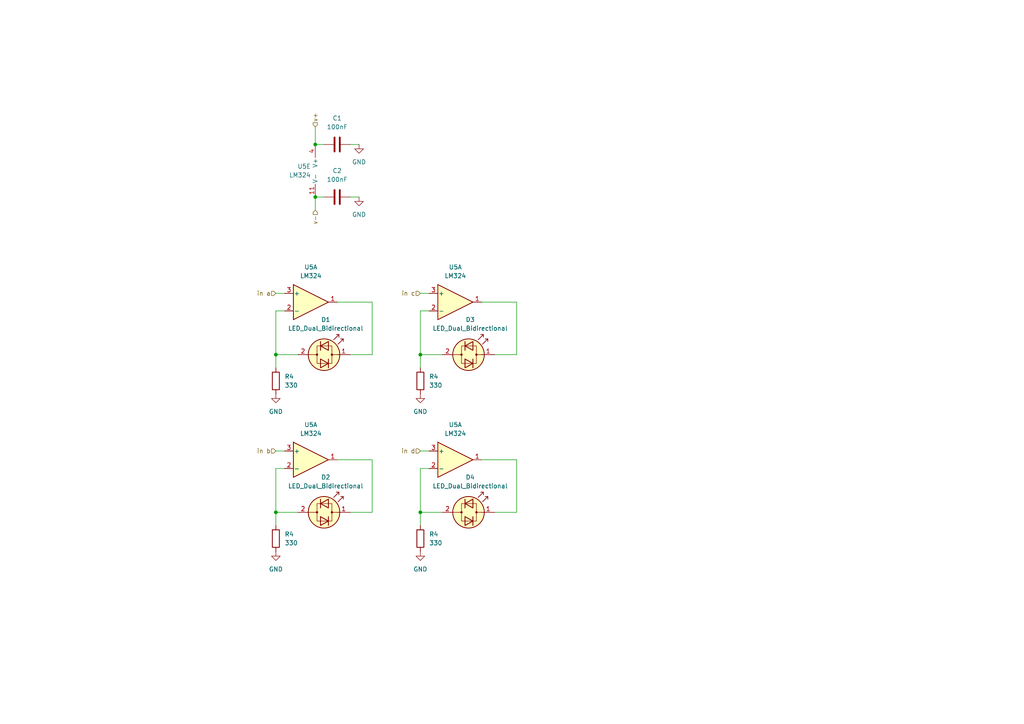
<source format=kicad_sch>
(kicad_sch (version 20230121) (generator eeschema)

  (uuid 753effe6-c10c-4f38-b8d8-30f940fd3196)

  (paper "A4")

  (lib_symbols
    (symbol "Amplifier_Operational:LM324" (pin_names (offset 0.127)) (in_bom yes) (on_board yes)
      (property "Reference" "U" (at 0 5.08 0)
        (effects (font (size 1.27 1.27)) (justify left))
      )
      (property "Value" "LM324" (at 0 -5.08 0)
        (effects (font (size 1.27 1.27)) (justify left))
      )
      (property "Footprint" "" (at -1.27 2.54 0)
        (effects (font (size 1.27 1.27)) hide)
      )
      (property "Datasheet" "http://www.ti.com/lit/ds/symlink/lm2902-n.pdf" (at 1.27 5.08 0)
        (effects (font (size 1.27 1.27)) hide)
      )
      (property "ki_locked" "" (at 0 0 0)
        (effects (font (size 1.27 1.27)))
      )
      (property "ki_keywords" "quad opamp" (at 0 0 0)
        (effects (font (size 1.27 1.27)) hide)
      )
      (property "ki_description" "Low-Power, Quad-Operational Amplifiers, DIP-14/SOIC-14/SSOP-14" (at 0 0 0)
        (effects (font (size 1.27 1.27)) hide)
      )
      (property "ki_fp_filters" "SOIC*3.9x8.7mm*P1.27mm* DIP*W7.62mm* TSSOP*4.4x5mm*P0.65mm* SSOP*5.3x6.2mm*P0.65mm* MSOP*3x3mm*P0.5mm*" (at 0 0 0)
        (effects (font (size 1.27 1.27)) hide)
      )
      (symbol "LM324_1_1"
        (polyline
          (pts
            (xy -5.08 5.08)
            (xy 5.08 0)
            (xy -5.08 -5.08)
            (xy -5.08 5.08)
          )
          (stroke (width 0.254) (type default))
          (fill (type background))
        )
        (pin output line (at 7.62 0 180) (length 2.54)
          (name "~" (effects (font (size 1.27 1.27))))
          (number "1" (effects (font (size 1.27 1.27))))
        )
        (pin input line (at -7.62 -2.54 0) (length 2.54)
          (name "-" (effects (font (size 1.27 1.27))))
          (number "2" (effects (font (size 1.27 1.27))))
        )
        (pin input line (at -7.62 2.54 0) (length 2.54)
          (name "+" (effects (font (size 1.27 1.27))))
          (number "3" (effects (font (size 1.27 1.27))))
        )
      )
      (symbol "LM324_2_1"
        (polyline
          (pts
            (xy -5.08 5.08)
            (xy 5.08 0)
            (xy -5.08 -5.08)
            (xy -5.08 5.08)
          )
          (stroke (width 0.254) (type default))
          (fill (type background))
        )
        (pin input line (at -7.62 2.54 0) (length 2.54)
          (name "+" (effects (font (size 1.27 1.27))))
          (number "5" (effects (font (size 1.27 1.27))))
        )
        (pin input line (at -7.62 -2.54 0) (length 2.54)
          (name "-" (effects (font (size 1.27 1.27))))
          (number "6" (effects (font (size 1.27 1.27))))
        )
        (pin output line (at 7.62 0 180) (length 2.54)
          (name "~" (effects (font (size 1.27 1.27))))
          (number "7" (effects (font (size 1.27 1.27))))
        )
      )
      (symbol "LM324_3_1"
        (polyline
          (pts
            (xy -5.08 5.08)
            (xy 5.08 0)
            (xy -5.08 -5.08)
            (xy -5.08 5.08)
          )
          (stroke (width 0.254) (type default))
          (fill (type background))
        )
        (pin input line (at -7.62 2.54 0) (length 2.54)
          (name "+" (effects (font (size 1.27 1.27))))
          (number "10" (effects (font (size 1.27 1.27))))
        )
        (pin output line (at 7.62 0 180) (length 2.54)
          (name "~" (effects (font (size 1.27 1.27))))
          (number "8" (effects (font (size 1.27 1.27))))
        )
        (pin input line (at -7.62 -2.54 0) (length 2.54)
          (name "-" (effects (font (size 1.27 1.27))))
          (number "9" (effects (font (size 1.27 1.27))))
        )
      )
      (symbol "LM324_4_1"
        (polyline
          (pts
            (xy -5.08 5.08)
            (xy 5.08 0)
            (xy -5.08 -5.08)
            (xy -5.08 5.08)
          )
          (stroke (width 0.254) (type default))
          (fill (type background))
        )
        (pin input line (at -7.62 2.54 0) (length 2.54)
          (name "+" (effects (font (size 1.27 1.27))))
          (number "12" (effects (font (size 1.27 1.27))))
        )
        (pin input line (at -7.62 -2.54 0) (length 2.54)
          (name "-" (effects (font (size 1.27 1.27))))
          (number "13" (effects (font (size 1.27 1.27))))
        )
        (pin output line (at 7.62 0 180) (length 2.54)
          (name "~" (effects (font (size 1.27 1.27))))
          (number "14" (effects (font (size 1.27 1.27))))
        )
      )
      (symbol "LM324_5_1"
        (pin power_in line (at -2.54 -7.62 90) (length 3.81)
          (name "V-" (effects (font (size 1.27 1.27))))
          (number "11" (effects (font (size 1.27 1.27))))
        )
        (pin power_in line (at -2.54 7.62 270) (length 3.81)
          (name "V+" (effects (font (size 1.27 1.27))))
          (number "4" (effects (font (size 1.27 1.27))))
        )
      )
    )
    (symbol "Device:C" (pin_numbers hide) (pin_names (offset 0.254)) (in_bom yes) (on_board yes)
      (property "Reference" "C" (at 0.635 2.54 0)
        (effects (font (size 1.27 1.27)) (justify left))
      )
      (property "Value" "C" (at 0.635 -2.54 0)
        (effects (font (size 1.27 1.27)) (justify left))
      )
      (property "Footprint" "" (at 0.9652 -3.81 0)
        (effects (font (size 1.27 1.27)) hide)
      )
      (property "Datasheet" "~" (at 0 0 0)
        (effects (font (size 1.27 1.27)) hide)
      )
      (property "ki_keywords" "cap capacitor" (at 0 0 0)
        (effects (font (size 1.27 1.27)) hide)
      )
      (property "ki_description" "Unpolarized capacitor" (at 0 0 0)
        (effects (font (size 1.27 1.27)) hide)
      )
      (property "ki_fp_filters" "C_*" (at 0 0 0)
        (effects (font (size 1.27 1.27)) hide)
      )
      (symbol "C_0_1"
        (polyline
          (pts
            (xy -2.032 -0.762)
            (xy 2.032 -0.762)
          )
          (stroke (width 0.508) (type default))
          (fill (type none))
        )
        (polyline
          (pts
            (xy -2.032 0.762)
            (xy 2.032 0.762)
          )
          (stroke (width 0.508) (type default))
          (fill (type none))
        )
      )
      (symbol "C_1_1"
        (pin passive line (at 0 3.81 270) (length 2.794)
          (name "~" (effects (font (size 1.27 1.27))))
          (number "1" (effects (font (size 1.27 1.27))))
        )
        (pin passive line (at 0 -3.81 90) (length 2.794)
          (name "~" (effects (font (size 1.27 1.27))))
          (number "2" (effects (font (size 1.27 1.27))))
        )
      )
    )
    (symbol "Device:LED_Dual_Bidirectional" (pin_names (offset 0) hide) (in_bom yes) (on_board yes)
      (property "Reference" "D" (at 0 5.715 0)
        (effects (font (size 1.27 1.27)))
      )
      (property "Value" "LED_Dual_Bidirectional" (at 0 -6.35 0)
        (effects (font (size 1.27 1.27)))
      )
      (property "Footprint" "" (at 0 0 0)
        (effects (font (size 1.27 1.27)) hide)
      )
      (property "Datasheet" "~" (at 0 0 0)
        (effects (font (size 1.27 1.27)) hide)
      )
      (property "ki_keywords" "LED diode bicolor dual" (at 0 0 0)
        (effects (font (size 1.27 1.27)) hide)
      )
      (property "ki_description" "Dual LED, bidirectional" (at 0 0 0)
        (effects (font (size 1.27 1.27)) hide)
      )
      (property "ki_fp_filters" "LED* LED_SMD:* LED_THT:*" (at 0 0 0)
        (effects (font (size 1.27 1.27)) hide)
      )
      (symbol "LED_Dual_Bidirectional_0_1"
        (circle (center -2.032 0) (radius 0.254)
          (stroke (width 0) (type default))
          (fill (type outline))
        )
        (polyline
          (pts
            (xy -4.572 0)
            (xy -2.54 0)
          )
          (stroke (width 0) (type default))
          (fill (type none))
        )
        (polyline
          (pts
            (xy -2.032 0)
            (xy -2.54 0)
          )
          (stroke (width 0) (type default))
          (fill (type none))
        )
        (polyline
          (pts
            (xy -1.016 3.81)
            (xy -1.016 1.27)
          )
          (stroke (width 0.254) (type default))
          (fill (type none))
        )
        (polyline
          (pts
            (xy 1.27 -1.27)
            (xy 1.27 -3.81)
          )
          (stroke (width 0.254) (type default))
          (fill (type none))
        )
        (polyline
          (pts
            (xy 4.064 0)
            (xy 2.286 0)
          )
          (stroke (width 0) (type default))
          (fill (type outline))
        )
        (polyline
          (pts
            (xy 4.318 5.842)
            (xy 4.318 5.08)
          )
          (stroke (width 0.2032) (type default))
          (fill (type none))
        )
        (polyline
          (pts
            (xy 5.588 4.572)
            (xy 5.588 3.81)
          )
          (stroke (width 0.2032) (type default))
          (fill (type none))
        )
        (polyline
          (pts
            (xy 2.794 4.318)
            (xy 4.318 5.842)
            (xy 3.556 5.842)
          )
          (stroke (width 0.2032) (type default))
          (fill (type none))
        )
        (polyline
          (pts
            (xy 4.064 3.048)
            (xy 5.588 4.572)
            (xy 4.826 4.572)
          )
          (stroke (width 0.2032) (type default))
          (fill (type none))
        )
        (polyline
          (pts
            (xy -1.016 -1.27)
            (xy -1.016 -3.81)
            (xy 1.27 -2.54)
            (xy -1.016 -1.27)
          )
          (stroke (width 0.254) (type default))
          (fill (type none))
        )
        (polyline
          (pts
            (xy 1.27 3.81)
            (xy 1.27 1.27)
            (xy -1.016 2.54)
            (xy 1.27 3.81)
          )
          (stroke (width 0.254) (type default))
          (fill (type none))
        )
        (polyline
          (pts
            (xy 2.286 2.54)
            (xy -2.032 2.54)
            (xy -2.032 -2.54)
            (xy 2.286 -2.54)
            (xy 2.286 2.54)
          )
          (stroke (width 0) (type default))
          (fill (type none))
        )
        (circle (center 0 0) (radius 4.572)
          (stroke (width 0.254) (type default))
          (fill (type background))
        )
        (circle (center 2.286 0) (radius 0.254)
          (stroke (width 0) (type default))
          (fill (type outline))
        )
      )
      (symbol "LED_Dual_Bidirectional_1_1"
        (pin input line (at 7.62 0 180) (length 3.81)
          (name "KA" (effects (font (size 1.27 1.27))))
          (number "1" (effects (font (size 1.27 1.27))))
        )
        (pin input line (at -7.62 0 0) (length 3.048)
          (name "AK" (effects (font (size 1.27 1.27))))
          (number "2" (effects (font (size 1.27 1.27))))
        )
      )
    )
    (symbol "Device:R" (pin_numbers hide) (pin_names (offset 0)) (in_bom yes) (on_board yes)
      (property "Reference" "R" (at 2.032 0 90)
        (effects (font (size 1.27 1.27)))
      )
      (property "Value" "R" (at 0 0 90)
        (effects (font (size 1.27 1.27)))
      )
      (property "Footprint" "" (at -1.778 0 90)
        (effects (font (size 1.27 1.27)) hide)
      )
      (property "Datasheet" "~" (at 0 0 0)
        (effects (font (size 1.27 1.27)) hide)
      )
      (property "ki_keywords" "R res resistor" (at 0 0 0)
        (effects (font (size 1.27 1.27)) hide)
      )
      (property "ki_description" "Resistor" (at 0 0 0)
        (effects (font (size 1.27 1.27)) hide)
      )
      (property "ki_fp_filters" "R_*" (at 0 0 0)
        (effects (font (size 1.27 1.27)) hide)
      )
      (symbol "R_0_1"
        (rectangle (start -1.016 -2.54) (end 1.016 2.54)
          (stroke (width 0.254) (type default))
          (fill (type none))
        )
      )
      (symbol "R_1_1"
        (pin passive line (at 0 3.81 270) (length 1.27)
          (name "~" (effects (font (size 1.27 1.27))))
          (number "1" (effects (font (size 1.27 1.27))))
        )
        (pin passive line (at 0 -3.81 90) (length 1.27)
          (name "~" (effects (font (size 1.27 1.27))))
          (number "2" (effects (font (size 1.27 1.27))))
        )
      )
    )
    (symbol "power:GND" (power) (pin_names (offset 0)) (in_bom yes) (on_board yes)
      (property "Reference" "#PWR" (at 0 -6.35 0)
        (effects (font (size 1.27 1.27)) hide)
      )
      (property "Value" "GND" (at 0 -3.81 0)
        (effects (font (size 1.27 1.27)))
      )
      (property "Footprint" "" (at 0 0 0)
        (effects (font (size 1.27 1.27)) hide)
      )
      (property "Datasheet" "" (at 0 0 0)
        (effects (font (size 1.27 1.27)) hide)
      )
      (property "ki_keywords" "global power" (at 0 0 0)
        (effects (font (size 1.27 1.27)) hide)
      )
      (property "ki_description" "Power symbol creates a global label with name \"GND\" , ground" (at 0 0 0)
        (effects (font (size 1.27 1.27)) hide)
      )
      (symbol "GND_0_1"
        (polyline
          (pts
            (xy 0 0)
            (xy 0 -1.27)
            (xy 1.27 -1.27)
            (xy 0 -2.54)
            (xy -1.27 -1.27)
            (xy 0 -1.27)
          )
          (stroke (width 0) (type default))
          (fill (type none))
        )
      )
      (symbol "GND_1_1"
        (pin power_in line (at 0 0 270) (length 0) hide
          (name "GND" (effects (font (size 1.27 1.27))))
          (number "1" (effects (font (size 1.27 1.27))))
        )
      )
    )
  )

  (junction (at 91.44 57.15) (diameter 0) (color 0 0 0 0)
    (uuid 06cbaa89-0257-47cb-aaa7-eb1676028f0f)
  )
  (junction (at 121.92 148.59) (diameter 0) (color 0 0 0 0)
    (uuid 8d9e86c4-39f2-4b00-b1b4-951f08647255)
  )
  (junction (at 121.92 102.87) (diameter 0) (color 0 0 0 0)
    (uuid a7020b52-26d3-4826-8357-84fa6860b6e6)
  )
  (junction (at 80.01 102.87) (diameter 0) (color 0 0 0 0)
    (uuid c5b56a37-6de3-496d-9b29-557fbf603f36)
  )
  (junction (at 91.44 41.91) (diameter 0) (color 0 0 0 0)
    (uuid eb9d445f-13c3-44f7-80e3-6aafa924a088)
  )
  (junction (at 80.01 148.59) (diameter 0) (color 0 0 0 0)
    (uuid f6dbba51-c864-4284-9fa2-af8829edf714)
  )

  (wire (pts (xy 104.14 41.91) (xy 101.6 41.91))
    (stroke (width 0) (type default))
    (uuid 013b4242-2402-4822-9d9c-6bfaa16dc7c5)
  )
  (wire (pts (xy 121.92 102.87) (xy 128.27 102.87))
    (stroke (width 0) (type default))
    (uuid 0817f6a2-2a1f-4a40-a5d3-23d0b883f9a0)
  )
  (wire (pts (xy 149.86 87.63) (xy 139.7 87.63))
    (stroke (width 0) (type default))
    (uuid 0abbcc6a-6deb-4b95-b98f-f1d62344c2e9)
  )
  (wire (pts (xy 149.86 133.35) (xy 139.7 133.35))
    (stroke (width 0) (type default))
    (uuid 0c3e3c07-82c8-4bda-ba21-c552edfe7d10)
  )
  (wire (pts (xy 121.92 152.4) (xy 121.92 148.59))
    (stroke (width 0) (type default))
    (uuid 104da439-02f8-4a39-92ca-33b5d06ad4b9)
  )
  (wire (pts (xy 80.01 152.4) (xy 80.01 148.59))
    (stroke (width 0) (type default))
    (uuid 1c515c61-6d3e-44b6-aa64-8c9f5b4b99e6)
  )
  (wire (pts (xy 104.14 57.15) (xy 101.6 57.15))
    (stroke (width 0) (type default))
    (uuid 1cf650bd-208d-41bc-8da4-ca9c611ec071)
  )
  (wire (pts (xy 80.01 106.68) (xy 80.01 102.87))
    (stroke (width 0) (type default))
    (uuid 1ebbd1b2-38be-4f9e-84f4-a3909fb70a8f)
  )
  (wire (pts (xy 93.98 41.91) (xy 91.44 41.91))
    (stroke (width 0) (type default))
    (uuid 2234a17d-e469-4128-8ce6-1550e0ccce49)
  )
  (wire (pts (xy 121.92 148.59) (xy 128.27 148.59))
    (stroke (width 0) (type default))
    (uuid 2d0bc8a4-0390-4df5-8be0-092538bd8bdb)
  )
  (wire (pts (xy 149.86 102.87) (xy 143.51 102.87))
    (stroke (width 0) (type default))
    (uuid 3360a7c9-d10e-40e6-9f9d-6517313ca616)
  )
  (wire (pts (xy 121.92 135.89) (xy 121.92 148.59))
    (stroke (width 0) (type default))
    (uuid 3639a741-7e11-4bc2-a816-70e77ecffa19)
  )
  (wire (pts (xy 121.92 106.68) (xy 121.92 102.87))
    (stroke (width 0) (type default))
    (uuid 4a1d3a6d-eb08-45c9-a27b-8b9f10f744d8)
  )
  (wire (pts (xy 82.55 135.89) (xy 80.01 135.89))
    (stroke (width 0) (type default))
    (uuid 5deeddb0-f63d-46f0-96aa-3fffbcee6939)
  )
  (wire (pts (xy 149.86 133.35) (xy 149.86 148.59))
    (stroke (width 0) (type default))
    (uuid 5f12e4ff-d7ce-42b0-852b-f40e0f7abf06)
  )
  (wire (pts (xy 107.95 87.63) (xy 107.95 102.87))
    (stroke (width 0) (type default))
    (uuid 6682fa98-83aa-456b-93ee-68961c319c7c)
  )
  (wire (pts (xy 80.01 148.59) (xy 86.36 148.59))
    (stroke (width 0) (type default))
    (uuid 676cc430-88e8-4ede-be56-c697ee1aac52)
  )
  (wire (pts (xy 91.44 36.83) (xy 91.44 41.91))
    (stroke (width 0) (type default))
    (uuid 71dd1ba9-415c-43e3-9879-2fcdedae2e31)
  )
  (wire (pts (xy 107.95 133.35) (xy 97.79 133.35))
    (stroke (width 0) (type default))
    (uuid 75908133-0c16-4b29-87fa-a251406907c2)
  )
  (wire (pts (xy 121.92 130.81) (xy 124.46 130.81))
    (stroke (width 0) (type default))
    (uuid 85bc730c-b811-4337-a5e7-809e7592aa2f)
  )
  (wire (pts (xy 124.46 90.17) (xy 121.92 90.17))
    (stroke (width 0) (type default))
    (uuid 90854a3e-8325-491f-b27c-ae71e2f7aefd)
  )
  (wire (pts (xy 107.95 148.59) (xy 101.6 148.59))
    (stroke (width 0) (type default))
    (uuid 91cf7e08-18da-4679-a7df-9cc4600d0d03)
  )
  (wire (pts (xy 80.01 90.17) (xy 80.01 102.87))
    (stroke (width 0) (type default))
    (uuid 936a4530-92dc-42b1-b696-665c90ce56da)
  )
  (wire (pts (xy 121.92 90.17) (xy 121.92 102.87))
    (stroke (width 0) (type default))
    (uuid a243d135-93e8-43c8-b905-e2afbb35ae13)
  )
  (wire (pts (xy 82.55 90.17) (xy 80.01 90.17))
    (stroke (width 0) (type default))
    (uuid ace776a0-cbdc-4382-a710-0fc2ffa97b20)
  )
  (wire (pts (xy 91.44 60.96) (xy 91.44 57.15))
    (stroke (width 0) (type default))
    (uuid b97b2c55-a8a9-4ef8-b11d-28284a458e04)
  )
  (wire (pts (xy 107.95 87.63) (xy 97.79 87.63))
    (stroke (width 0) (type default))
    (uuid c6bae156-beaa-433b-b58e-adaa57aab762)
  )
  (wire (pts (xy 149.86 148.59) (xy 143.51 148.59))
    (stroke (width 0) (type default))
    (uuid d6084c9d-6785-42ed-9b30-c8dd88a354d8)
  )
  (wire (pts (xy 107.95 133.35) (xy 107.95 148.59))
    (stroke (width 0) (type default))
    (uuid dc633abb-e886-4864-bcfa-082a531ec05d)
  )
  (wire (pts (xy 80.01 130.81) (xy 82.55 130.81))
    (stroke (width 0) (type default))
    (uuid dec29155-19f1-462f-9e6c-da7a31d1ef1b)
  )
  (wire (pts (xy 80.01 85.09) (xy 82.55 85.09))
    (stroke (width 0) (type default))
    (uuid e03c5376-7d74-4558-a779-22a8bf97b022)
  )
  (wire (pts (xy 149.86 87.63) (xy 149.86 102.87))
    (stroke (width 0) (type default))
    (uuid e4df0509-98d5-4ef3-ac1c-0346e6da2174)
  )
  (wire (pts (xy 93.98 57.15) (xy 91.44 57.15))
    (stroke (width 0) (type default))
    (uuid e6d29359-a867-4229-9681-aeda82105769)
  )
  (wire (pts (xy 80.01 135.89) (xy 80.01 148.59))
    (stroke (width 0) (type default))
    (uuid e8e37368-c883-4d4b-85a7-111c1556d1e2)
  )
  (wire (pts (xy 80.01 102.87) (xy 86.36 102.87))
    (stroke (width 0) (type default))
    (uuid ed451ab8-1a13-4ed1-9063-4d36bed5c36f)
  )
  (wire (pts (xy 124.46 135.89) (xy 121.92 135.89))
    (stroke (width 0) (type default))
    (uuid efaee05c-ff64-4a00-9d4c-3dfe8d8781a2)
  )
  (wire (pts (xy 121.92 85.09) (xy 124.46 85.09))
    (stroke (width 0) (type default))
    (uuid f6b052e5-bc2d-48d6-ad52-75f080318c4a)
  )
  (wire (pts (xy 107.95 102.87) (xy 101.6 102.87))
    (stroke (width 0) (type default))
    (uuid f9b11463-28ea-413a-8ab7-a8da533a0632)
  )

  (hierarchical_label "in d" (shape input) (at 121.92 130.81 180) (fields_autoplaced)
    (effects (font (size 1.27 1.27)) (justify right))
    (uuid 6a1d23a1-f81c-42e5-b583-0d4ad831ff04)
  )
  (hierarchical_label "in b" (shape input) (at 80.01 130.81 180) (fields_autoplaced)
    (effects (font (size 1.27 1.27)) (justify right))
    (uuid 8351ffd8-4bf6-44c0-be02-aca78f6a1f45)
  )
  (hierarchical_label "in a" (shape input) (at 80.01 85.09 180) (fields_autoplaced)
    (effects (font (size 1.27 1.27)) (justify right))
    (uuid 94297dc4-7d6d-4722-8780-70fb2f3cad6d)
  )
  (hierarchical_label "in c" (shape input) (at 121.92 85.09 180) (fields_autoplaced)
    (effects (font (size 1.27 1.27)) (justify right))
    (uuid 989dcd49-ee3c-411a-bb75-641dc685fe2d)
  )
  (hierarchical_label "v+" (shape input) (at 91.44 36.83 90) (fields_autoplaced)
    (effects (font (size 1.27 1.27)) (justify left))
    (uuid a94ccba7-1012-4bbe-aefb-fe9bed58763e)
  )
  (hierarchical_label "v-" (shape input) (at 91.44 60.96 270) (fields_autoplaced)
    (effects (font (size 1.27 1.27)) (justify right))
    (uuid e7b0cfc9-3390-4c8f-826f-f1252fbd0400)
  )

  (symbol (lib_id "Amplifier_Operational:LM324") (at 132.08 133.35 0) (unit 1)
    (in_bom yes) (on_board yes) (dnp no) (fields_autoplaced)
    (uuid 20b62685-0914-46f7-b709-0171a85de6fd)
    (property "Reference" "U5" (at 132.08 123.19 0)
      (effects (font (size 1.27 1.27)))
    )
    (property "Value" "LM324" (at 132.08 125.73 0)
      (effects (font (size 1.27 1.27)))
    )
    (property "Footprint" "" (at 130.81 130.81 0)
      (effects (font (size 1.27 1.27)) hide)
    )
    (property "Datasheet" "http://www.ti.com/lit/ds/symlink/lm2902-n.pdf" (at 133.35 128.27 0)
      (effects (font (size 1.27 1.27)) hide)
    )
    (pin "1" (uuid 9859ccfa-8682-40f9-908c-32c60c7ab8f0))
    (pin "2" (uuid d763f68e-80e8-4731-beb2-8b31ead1edaa))
    (pin "3" (uuid de2ead75-7d2d-4e9b-a423-fca82cc9e304))
    (pin "5" (uuid 32a7f56e-425f-4e48-97da-eae6393b62bf))
    (pin "6" (uuid 91752582-eb1b-4634-8322-2143e80302be))
    (pin "7" (uuid c92986d6-9740-40ea-b75f-210dae19bef9))
    (pin "10" (uuid e9e461f2-a9db-41b8-bd65-7af5df4fa7a6))
    (pin "8" (uuid 04e46cf3-6c94-41e1-a8f7-c3b212af5e52))
    (pin "9" (uuid 661c9552-537b-4f35-b738-fb241d41ad75))
    (pin "12" (uuid daafe119-deae-48c4-9366-73c05558d40e))
    (pin "13" (uuid 77388a16-607e-4703-82cf-9745aee4aa92))
    (pin "14" (uuid 89838d80-2aa0-416a-bd25-a0c5770eb0f8))
    (pin "11" (uuid e3fb7f4d-db8f-4e35-8670-38e3ea364857))
    (pin "4" (uuid 788df4b7-7300-4636-b81f-53c64fa4011a))
    (instances
      (project "mult"
        (path "/0e98ec4b-b4c7-447c-abd7-a761177a7f67"
          (reference "U5") (unit 1)
        )
        (path "/0e98ec4b-b4c7-447c-abd7-a761177a7f67/41fcec89-2c3a-419b-9d1d-2962d3c6916c"
          (reference "U5") (unit 4)
        )
      )
    )
  )

  (symbol (lib_id "power:GND") (at 104.14 41.91 0) (unit 1)
    (in_bom yes) (on_board yes) (dnp no) (fields_autoplaced)
    (uuid 22913c12-b6c6-4f48-a3b2-43920020feb3)
    (property "Reference" "#PWR08" (at 104.14 48.26 0)
      (effects (font (size 1.27 1.27)) hide)
    )
    (property "Value" "GND" (at 104.14 46.99 0)
      (effects (font (size 1.27 1.27)))
    )
    (property "Footprint" "" (at 104.14 41.91 0)
      (effects (font (size 1.27 1.27)) hide)
    )
    (property "Datasheet" "" (at 104.14 41.91 0)
      (effects (font (size 1.27 1.27)) hide)
    )
    (pin "1" (uuid 488ce72f-cb2b-4246-af55-d5b400ea1c89))
    (instances
      (project "mult"
        (path "/0e98ec4b-b4c7-447c-abd7-a761177a7f67/2249c80e-b931-4fee-ab04-d512ceb5f269"
          (reference "#PWR08") (unit 1)
        )
        (path "/0e98ec4b-b4c7-447c-abd7-a761177a7f67/b290c7a8-131c-4f39-ab4f-62063cf2647f"
          (reference "#PWR015") (unit 1)
        )
        (path "/0e98ec4b-b4c7-447c-abd7-a761177a7f67/b26d7339-1ce2-4103-8db8-9f6dbd3f09ef"
          (reference "#PWR023") (unit 1)
        )
        (path "/0e98ec4b-b4c7-447c-abd7-a761177a7f67/c8627544-d82d-426a-84eb-b4928bf7d17c"
          (reference "#PWR032") (unit 1)
        )
        (path "/0e98ec4b-b4c7-447c-abd7-a761177a7f67"
          (reference "#PWR039") (unit 1)
        )
        (path "/0e98ec4b-b4c7-447c-abd7-a761177a7f67/41fcec89-2c3a-419b-9d1d-2962d3c6916c"
          (reference "#PWR039") (unit 1)
        )
      )
    )
  )

  (symbol (lib_id "Device:R") (at 80.01 156.21 180) (unit 1)
    (in_bom yes) (on_board yes) (dnp no)
    (uuid 23b4b219-f2b8-4834-88b6-1f8ae2e21c18)
    (property "Reference" "R4" (at 82.55 154.94 0)
      (effects (font (size 1.27 1.27)) (justify right))
    )
    (property "Value" "330" (at 82.55 157.48 0)
      (effects (font (size 1.27 1.27)) (justify right))
    )
    (property "Footprint" "" (at 81.788 156.21 90)
      (effects (font (size 1.27 1.27)) hide)
    )
    (property "Datasheet" "~" (at 80.01 156.21 0)
      (effects (font (size 1.27 1.27)) hide)
    )
    (pin "1" (uuid e704ac5f-6da0-4e4d-8abe-66b4af2cfbc3))
    (pin "2" (uuid 185ad46e-8850-4170-bae9-b236e6090734))
    (instances
      (project "mult"
        (path "/0e98ec4b-b4c7-447c-abd7-a761177a7f67/2249c80e-b931-4fee-ab04-d512ceb5f269"
          (reference "R4") (unit 1)
        )
        (path "/0e98ec4b-b4c7-447c-abd7-a761177a7f67/b290c7a8-131c-4f39-ab4f-62063cf2647f"
          (reference "R11") (unit 1)
        )
        (path "/0e98ec4b-b4c7-447c-abd7-a761177a7f67/b26d7339-1ce2-4103-8db8-9f6dbd3f09ef"
          (reference "R19") (unit 1)
        )
        (path "/0e98ec4b-b4c7-447c-abd7-a761177a7f67/c8627544-d82d-426a-84eb-b4928bf7d17c"
          (reference "R27") (unit 1)
        )
        (path "/0e98ec4b-b4c7-447c-abd7-a761177a7f67/41fcec89-2c3a-419b-9d1d-2962d3c6916c"
          (reference "R34") (unit 1)
        )
      )
    )
  )

  (symbol (lib_id "Device:C") (at 97.79 57.15 90) (unit 1)
    (in_bom yes) (on_board yes) (dnp no) (fields_autoplaced)
    (uuid 2a61e307-2970-4347-9a9c-6fda48e82944)
    (property "Reference" "C2" (at 97.79 49.53 90)
      (effects (font (size 1.27 1.27)))
    )
    (property "Value" "100nF" (at 97.79 52.07 90)
      (effects (font (size 1.27 1.27)))
    )
    (property "Footprint" "" (at 101.6 56.1848 0)
      (effects (font (size 1.27 1.27)) hide)
    )
    (property "Datasheet" "~" (at 97.79 57.15 0)
      (effects (font (size 1.27 1.27)) hide)
    )
    (pin "1" (uuid 80eadcef-d819-45bf-b43d-8f8d959876af))
    (pin "2" (uuid 9c6df22d-b81d-44ea-8a1c-391844870f2c))
    (instances
      (project "mult"
        (path "/0e98ec4b-b4c7-447c-abd7-a761177a7f67/2249c80e-b931-4fee-ab04-d512ceb5f269"
          (reference "C2") (unit 1)
        )
        (path "/0e98ec4b-b4c7-447c-abd7-a761177a7f67/b290c7a8-131c-4f39-ab4f-62063cf2647f"
          (reference "C4") (unit 1)
        )
        (path "/0e98ec4b-b4c7-447c-abd7-a761177a7f67/b26d7339-1ce2-4103-8db8-9f6dbd3f09ef"
          (reference "C6") (unit 1)
        )
        (path "/0e98ec4b-b4c7-447c-abd7-a761177a7f67/c8627544-d82d-426a-84eb-b4928bf7d17c"
          (reference "C8") (unit 1)
        )
        (path "/0e98ec4b-b4c7-447c-abd7-a761177a7f67"
          (reference "C10") (unit 1)
        )
        (path "/0e98ec4b-b4c7-447c-abd7-a761177a7f67/41fcec89-2c3a-419b-9d1d-2962d3c6916c"
          (reference "C10") (unit 1)
        )
      )
    )
  )

  (symbol (lib_id "Device:LED_Dual_Bidirectional") (at 135.89 148.59 0) (unit 1)
    (in_bom yes) (on_board yes) (dnp no) (fields_autoplaced)
    (uuid 397c413c-248f-486f-83db-8cf930da9404)
    (property "Reference" "D4" (at 136.3853 138.43 0)
      (effects (font (size 1.27 1.27)))
    )
    (property "Value" "LED_Dual_Bidirectional" (at 136.3853 140.97 0)
      (effects (font (size 1.27 1.27)))
    )
    (property "Footprint" "" (at 135.89 148.59 0)
      (effects (font (size 1.27 1.27)) hide)
    )
    (property "Datasheet" "~" (at 135.89 148.59 0)
      (effects (font (size 1.27 1.27)) hide)
    )
    (pin "1" (uuid d75c0b71-58e6-4099-8934-a280f41f3978))
    (pin "2" (uuid 87dad315-b08d-4da5-b939-71eb63a694c1))
    (instances
      (project "mult"
        (path "/0e98ec4b-b4c7-447c-abd7-a761177a7f67/41fcec89-2c3a-419b-9d1d-2962d3c6916c"
          (reference "D4") (unit 1)
        )
      )
    )
  )

  (symbol (lib_id "Device:R") (at 80.01 110.49 180) (unit 1)
    (in_bom yes) (on_board yes) (dnp no)
    (uuid 3e51c5e6-f126-42b0-a525-22c997ecc369)
    (property "Reference" "R4" (at 82.55 109.22 0)
      (effects (font (size 1.27 1.27)) (justify right))
    )
    (property "Value" "330" (at 82.55 111.76 0)
      (effects (font (size 1.27 1.27)) (justify right))
    )
    (property "Footprint" "" (at 81.788 110.49 90)
      (effects (font (size 1.27 1.27)) hide)
    )
    (property "Datasheet" "~" (at 80.01 110.49 0)
      (effects (font (size 1.27 1.27)) hide)
    )
    (pin "1" (uuid 1d65aeda-375b-47c6-b584-8984554c7677))
    (pin "2" (uuid 55bafcaf-12d6-4bb7-8852-5741586e0383))
    (instances
      (project "mult"
        (path "/0e98ec4b-b4c7-447c-abd7-a761177a7f67/2249c80e-b931-4fee-ab04-d512ceb5f269"
          (reference "R4") (unit 1)
        )
        (path "/0e98ec4b-b4c7-447c-abd7-a761177a7f67/b290c7a8-131c-4f39-ab4f-62063cf2647f"
          (reference "R11") (unit 1)
        )
        (path "/0e98ec4b-b4c7-447c-abd7-a761177a7f67/b26d7339-1ce2-4103-8db8-9f6dbd3f09ef"
          (reference "R19") (unit 1)
        )
        (path "/0e98ec4b-b4c7-447c-abd7-a761177a7f67/c8627544-d82d-426a-84eb-b4928bf7d17c"
          (reference "R27") (unit 1)
        )
        (path "/0e98ec4b-b4c7-447c-abd7-a761177a7f67/41fcec89-2c3a-419b-9d1d-2962d3c6916c"
          (reference "R33") (unit 1)
        )
      )
    )
  )

  (symbol (lib_id "power:GND") (at 121.92 114.3 0) (unit 1)
    (in_bom yes) (on_board yes) (dnp no) (fields_autoplaced)
    (uuid 4481ab00-0d97-4e3e-999f-98f643c50744)
    (property "Reference" "#PWR01" (at 121.92 120.65 0)
      (effects (font (size 1.27 1.27)) hide)
    )
    (property "Value" "GND" (at 121.92 119.38 0)
      (effects (font (size 1.27 1.27)))
    )
    (property "Footprint" "" (at 121.92 114.3 0)
      (effects (font (size 1.27 1.27)) hide)
    )
    (property "Datasheet" "" (at 121.92 114.3 0)
      (effects (font (size 1.27 1.27)) hide)
    )
    (pin "1" (uuid b0bc210f-5adf-4e23-b3cb-66936417c3ef))
    (instances
      (project "mult"
        (path "/0e98ec4b-b4c7-447c-abd7-a761177a7f67/2249c80e-b931-4fee-ab04-d512ceb5f269"
          (reference "#PWR01") (unit 1)
        )
        (path "/0e98ec4b-b4c7-447c-abd7-a761177a7f67/b290c7a8-131c-4f39-ab4f-62063cf2647f"
          (reference "#PWR017") (unit 1)
        )
        (path "/0e98ec4b-b4c7-447c-abd7-a761177a7f67/b26d7339-1ce2-4103-8db8-9f6dbd3f09ef"
          (reference "#PWR025") (unit 1)
        )
        (path "/0e98ec4b-b4c7-447c-abd7-a761177a7f67/c8627544-d82d-426a-84eb-b4928bf7d17c"
          (reference "#PWR034") (unit 1)
        )
        (path "/0e98ec4b-b4c7-447c-abd7-a761177a7f67/41fcec89-2c3a-419b-9d1d-2962d3c6916c"
          (reference "#PWR043") (unit 1)
        )
      )
    )
  )

  (symbol (lib_id "Device:LED_Dual_Bidirectional") (at 135.89 102.87 0) (unit 1)
    (in_bom yes) (on_board yes) (dnp no) (fields_autoplaced)
    (uuid 63f01cea-e323-465c-8928-062837ae6494)
    (property "Reference" "D3" (at 136.3853 92.71 0)
      (effects (font (size 1.27 1.27)))
    )
    (property "Value" "LED_Dual_Bidirectional" (at 136.3853 95.25 0)
      (effects (font (size 1.27 1.27)))
    )
    (property "Footprint" "" (at 135.89 102.87 0)
      (effects (font (size 1.27 1.27)) hide)
    )
    (property "Datasheet" "~" (at 135.89 102.87 0)
      (effects (font (size 1.27 1.27)) hide)
    )
    (pin "1" (uuid 407c8e5b-cb20-47ef-ac67-bd9bad76de6c))
    (pin "2" (uuid a5605f51-ef6a-4c41-824b-a91209b4db39))
    (instances
      (project "mult"
        (path "/0e98ec4b-b4c7-447c-abd7-a761177a7f67/41fcec89-2c3a-419b-9d1d-2962d3c6916c"
          (reference "D3") (unit 1)
        )
      )
    )
  )

  (symbol (lib_id "Amplifier_Operational:LM324") (at 90.17 87.63 0) (unit 1)
    (in_bom yes) (on_board yes) (dnp no) (fields_autoplaced)
    (uuid 764a2e7b-20e7-40ba-a8d5-d9f30b607ead)
    (property "Reference" "U5" (at 90.17 77.47 0)
      (effects (font (size 1.27 1.27)))
    )
    (property "Value" "LM324" (at 90.17 80.01 0)
      (effects (font (size 1.27 1.27)))
    )
    (property "Footprint" "" (at 88.9 85.09 0)
      (effects (font (size 1.27 1.27)) hide)
    )
    (property "Datasheet" "http://www.ti.com/lit/ds/symlink/lm2902-n.pdf" (at 91.44 82.55 0)
      (effects (font (size 1.27 1.27)) hide)
    )
    (pin "1" (uuid 5c6b558a-e843-46de-a013-ffb3c998af94))
    (pin "2" (uuid 1f8d7931-2479-4b66-9fd0-956661a9ae5f))
    (pin "3" (uuid 0e9eaf95-fa9d-4ab9-9a53-8e0729cff9e6))
    (pin "5" (uuid 32a7f56e-425f-4e48-97da-eae6393b62bf))
    (pin "6" (uuid 91752582-eb1b-4634-8322-2143e80302be))
    (pin "7" (uuid c92986d6-9740-40ea-b75f-210dae19bef9))
    (pin "10" (uuid e9e461f2-a9db-41b8-bd65-7af5df4fa7a6))
    (pin "8" (uuid 04e46cf3-6c94-41e1-a8f7-c3b212af5e52))
    (pin "9" (uuid 661c9552-537b-4f35-b738-fb241d41ad75))
    (pin "12" (uuid daafe119-deae-48c4-9366-73c05558d40e))
    (pin "13" (uuid 77388a16-607e-4703-82cf-9745aee4aa92))
    (pin "14" (uuid 89838d80-2aa0-416a-bd25-a0c5770eb0f8))
    (pin "11" (uuid e3fb7f4d-db8f-4e35-8670-38e3ea364857))
    (pin "4" (uuid 788df4b7-7300-4636-b81f-53c64fa4011a))
    (instances
      (project "mult"
        (path "/0e98ec4b-b4c7-447c-abd7-a761177a7f67"
          (reference "U5") (unit 1)
        )
        (path "/0e98ec4b-b4c7-447c-abd7-a761177a7f67/41fcec89-2c3a-419b-9d1d-2962d3c6916c"
          (reference "U5") (unit 1)
        )
      )
    )
  )

  (symbol (lib_id "Device:R") (at 121.92 156.21 180) (unit 1)
    (in_bom yes) (on_board yes) (dnp no)
    (uuid 828adf2b-be18-4754-a650-59fc36410f9d)
    (property "Reference" "R4" (at 124.46 154.94 0)
      (effects (font (size 1.27 1.27)) (justify right))
    )
    (property "Value" "330" (at 124.46 157.48 0)
      (effects (font (size 1.27 1.27)) (justify right))
    )
    (property "Footprint" "" (at 123.698 156.21 90)
      (effects (font (size 1.27 1.27)) hide)
    )
    (property "Datasheet" "~" (at 121.92 156.21 0)
      (effects (font (size 1.27 1.27)) hide)
    )
    (pin "1" (uuid 6723b846-80e9-41e3-a6d2-63e2f3508921))
    (pin "2" (uuid fcca8d46-aec2-4d0e-9b7a-ab34276769d2))
    (instances
      (project "mult"
        (path "/0e98ec4b-b4c7-447c-abd7-a761177a7f67/2249c80e-b931-4fee-ab04-d512ceb5f269"
          (reference "R4") (unit 1)
        )
        (path "/0e98ec4b-b4c7-447c-abd7-a761177a7f67/b290c7a8-131c-4f39-ab4f-62063cf2647f"
          (reference "R11") (unit 1)
        )
        (path "/0e98ec4b-b4c7-447c-abd7-a761177a7f67/b26d7339-1ce2-4103-8db8-9f6dbd3f09ef"
          (reference "R19") (unit 1)
        )
        (path "/0e98ec4b-b4c7-447c-abd7-a761177a7f67/c8627544-d82d-426a-84eb-b4928bf7d17c"
          (reference "R27") (unit 1)
        )
        (path "/0e98ec4b-b4c7-447c-abd7-a761177a7f67/41fcec89-2c3a-419b-9d1d-2962d3c6916c"
          (reference "R36") (unit 1)
        )
      )
    )
  )

  (symbol (lib_id "power:GND") (at 121.92 160.02 0) (unit 1)
    (in_bom yes) (on_board yes) (dnp no) (fields_autoplaced)
    (uuid 8b71d2b3-258f-4e90-8d41-689196ef876f)
    (property "Reference" "#PWR01" (at 121.92 166.37 0)
      (effects (font (size 1.27 1.27)) hide)
    )
    (property "Value" "GND" (at 121.92 165.1 0)
      (effects (font (size 1.27 1.27)))
    )
    (property "Footprint" "" (at 121.92 160.02 0)
      (effects (font (size 1.27 1.27)) hide)
    )
    (property "Datasheet" "" (at 121.92 160.02 0)
      (effects (font (size 1.27 1.27)) hide)
    )
    (pin "1" (uuid 248bb746-5d34-4708-bb43-352fd03a0163))
    (instances
      (project "mult"
        (path "/0e98ec4b-b4c7-447c-abd7-a761177a7f67/2249c80e-b931-4fee-ab04-d512ceb5f269"
          (reference "#PWR01") (unit 1)
        )
        (path "/0e98ec4b-b4c7-447c-abd7-a761177a7f67/b290c7a8-131c-4f39-ab4f-62063cf2647f"
          (reference "#PWR017") (unit 1)
        )
        (path "/0e98ec4b-b4c7-447c-abd7-a761177a7f67/b26d7339-1ce2-4103-8db8-9f6dbd3f09ef"
          (reference "#PWR025") (unit 1)
        )
        (path "/0e98ec4b-b4c7-447c-abd7-a761177a7f67/c8627544-d82d-426a-84eb-b4928bf7d17c"
          (reference "#PWR034") (unit 1)
        )
        (path "/0e98ec4b-b4c7-447c-abd7-a761177a7f67/41fcec89-2c3a-419b-9d1d-2962d3c6916c"
          (reference "#PWR044") (unit 1)
        )
      )
    )
  )

  (symbol (lib_id "power:GND") (at 80.01 160.02 0) (unit 1)
    (in_bom yes) (on_board yes) (dnp no) (fields_autoplaced)
    (uuid 8ef3e4af-6740-4d69-92ec-fb3a6bc3ea14)
    (property "Reference" "#PWR01" (at 80.01 166.37 0)
      (effects (font (size 1.27 1.27)) hide)
    )
    (property "Value" "GND" (at 80.01 165.1 0)
      (effects (font (size 1.27 1.27)))
    )
    (property "Footprint" "" (at 80.01 160.02 0)
      (effects (font (size 1.27 1.27)) hide)
    )
    (property "Datasheet" "" (at 80.01 160.02 0)
      (effects (font (size 1.27 1.27)) hide)
    )
    (pin "1" (uuid 3eb0d8b2-09b7-4664-82fa-0e2ebb44a850))
    (instances
      (project "mult"
        (path "/0e98ec4b-b4c7-447c-abd7-a761177a7f67/2249c80e-b931-4fee-ab04-d512ceb5f269"
          (reference "#PWR01") (unit 1)
        )
        (path "/0e98ec4b-b4c7-447c-abd7-a761177a7f67/b290c7a8-131c-4f39-ab4f-62063cf2647f"
          (reference "#PWR017") (unit 1)
        )
        (path "/0e98ec4b-b4c7-447c-abd7-a761177a7f67/b26d7339-1ce2-4103-8db8-9f6dbd3f09ef"
          (reference "#PWR025") (unit 1)
        )
        (path "/0e98ec4b-b4c7-447c-abd7-a761177a7f67/c8627544-d82d-426a-84eb-b4928bf7d17c"
          (reference "#PWR034") (unit 1)
        )
        (path "/0e98ec4b-b4c7-447c-abd7-a761177a7f67/41fcec89-2c3a-419b-9d1d-2962d3c6916c"
          (reference "#PWR042") (unit 1)
        )
      )
    )
  )

  (symbol (lib_id "Device:LED_Dual_Bidirectional") (at 93.98 102.87 0) (unit 1)
    (in_bom yes) (on_board yes) (dnp no) (fields_autoplaced)
    (uuid 9bddb5f4-5563-40bd-ba05-97dae4688f5b)
    (property "Reference" "D1" (at 94.4753 92.71 0)
      (effects (font (size 1.27 1.27)))
    )
    (property "Value" "LED_Dual_Bidirectional" (at 94.4753 95.25 0)
      (effects (font (size 1.27 1.27)))
    )
    (property "Footprint" "" (at 93.98 102.87 0)
      (effects (font (size 1.27 1.27)) hide)
    )
    (property "Datasheet" "~" (at 93.98 102.87 0)
      (effects (font (size 1.27 1.27)) hide)
    )
    (pin "1" (uuid ce946ff4-dc37-4d22-9845-1e90914b40e5))
    (pin "2" (uuid b72265e2-a9d5-4d67-b053-34e912efdbad))
    (instances
      (project "mult"
        (path "/0e98ec4b-b4c7-447c-abd7-a761177a7f67/41fcec89-2c3a-419b-9d1d-2962d3c6916c"
          (reference "D1") (unit 1)
        )
      )
    )
  )

  (symbol (lib_id "power:GND") (at 104.14 57.15 0) (unit 1)
    (in_bom yes) (on_board yes) (dnp no) (fields_autoplaced)
    (uuid 9c488b2a-f29c-4276-a63e-c1e527e5c9d1)
    (property "Reference" "#PWR09" (at 104.14 63.5 0)
      (effects (font (size 1.27 1.27)) hide)
    )
    (property "Value" "GND" (at 104.14 62.23 0)
      (effects (font (size 1.27 1.27)))
    )
    (property "Footprint" "" (at 104.14 57.15 0)
      (effects (font (size 1.27 1.27)) hide)
    )
    (property "Datasheet" "" (at 104.14 57.15 0)
      (effects (font (size 1.27 1.27)) hide)
    )
    (pin "1" (uuid 74337d6f-847b-42a0-9dc1-ee704c6ab016))
    (instances
      (project "mult"
        (path "/0e98ec4b-b4c7-447c-abd7-a761177a7f67/2249c80e-b931-4fee-ab04-d512ceb5f269"
          (reference "#PWR09") (unit 1)
        )
        (path "/0e98ec4b-b4c7-447c-abd7-a761177a7f67/b290c7a8-131c-4f39-ab4f-62063cf2647f"
          (reference "#PWR016") (unit 1)
        )
        (path "/0e98ec4b-b4c7-447c-abd7-a761177a7f67/b26d7339-1ce2-4103-8db8-9f6dbd3f09ef"
          (reference "#PWR024") (unit 1)
        )
        (path "/0e98ec4b-b4c7-447c-abd7-a761177a7f67/c8627544-d82d-426a-84eb-b4928bf7d17c"
          (reference "#PWR033") (unit 1)
        )
        (path "/0e98ec4b-b4c7-447c-abd7-a761177a7f67"
          (reference "#PWR040") (unit 1)
        )
        (path "/0e98ec4b-b4c7-447c-abd7-a761177a7f67/41fcec89-2c3a-419b-9d1d-2962d3c6916c"
          (reference "#PWR040") (unit 1)
        )
      )
    )
  )

  (symbol (lib_id "Amplifier_Operational:LM324") (at 132.08 87.63 0) (unit 1)
    (in_bom yes) (on_board yes) (dnp no) (fields_autoplaced)
    (uuid a4c0e54f-ed79-4b82-816d-1cae7d8b31c1)
    (property "Reference" "U5" (at 132.08 77.47 0)
      (effects (font (size 1.27 1.27)))
    )
    (property "Value" "LM324" (at 132.08 80.01 0)
      (effects (font (size 1.27 1.27)))
    )
    (property "Footprint" "" (at 130.81 85.09 0)
      (effects (font (size 1.27 1.27)) hide)
    )
    (property "Datasheet" "http://www.ti.com/lit/ds/symlink/lm2902-n.pdf" (at 133.35 82.55 0)
      (effects (font (size 1.27 1.27)) hide)
    )
    (pin "1" (uuid 9fb5faa7-1266-4a03-9826-0faf5ef161e1))
    (pin "2" (uuid 2c38fe77-b41d-43dd-a604-097438e6b6aa))
    (pin "3" (uuid 966697ce-13ff-4b29-b280-255230968ac3))
    (pin "5" (uuid 32a7f56e-425f-4e48-97da-eae6393b62c0))
    (pin "6" (uuid 91752582-eb1b-4634-8322-2143e80302bf))
    (pin "7" (uuid c92986d6-9740-40ea-b75f-210dae19befa))
    (pin "10" (uuid e9e461f2-a9db-41b8-bd65-7af5df4fa7a7))
    (pin "8" (uuid 04e46cf3-6c94-41e1-a8f7-c3b212af5e53))
    (pin "9" (uuid 661c9552-537b-4f35-b738-fb241d41ad76))
    (pin "12" (uuid daafe119-deae-48c4-9366-73c05558d40f))
    (pin "13" (uuid 77388a16-607e-4703-82cf-9745aee4aa93))
    (pin "14" (uuid 89838d80-2aa0-416a-bd25-a0c5770eb0f9))
    (pin "11" (uuid e3fb7f4d-db8f-4e35-8670-38e3ea364858))
    (pin "4" (uuid 788df4b7-7300-4636-b81f-53c64fa4011b))
    (instances
      (project "mult"
        (path "/0e98ec4b-b4c7-447c-abd7-a761177a7f67"
          (reference "U5") (unit 1)
        )
        (path "/0e98ec4b-b4c7-447c-abd7-a761177a7f67/41fcec89-2c3a-419b-9d1d-2962d3c6916c"
          (reference "U5") (unit 3)
        )
      )
    )
  )

  (symbol (lib_id "Amplifier_Operational:LM324") (at 88.9 49.53 0) (mirror y) (unit 5)
    (in_bom yes) (on_board yes) (dnp no)
    (uuid b4c253ab-7f95-4023-af33-24791660ed77)
    (property "Reference" "U5" (at 90.17 48.26 0)
      (effects (font (size 1.27 1.27)) (justify left))
    )
    (property "Value" "LM324" (at 90.17 50.8 0)
      (effects (font (size 1.27 1.27)) (justify left))
    )
    (property "Footprint" "" (at 90.17 46.99 0)
      (effects (font (size 1.27 1.27)) hide)
    )
    (property "Datasheet" "http://www.ti.com/lit/ds/symlink/lm2902-n.pdf" (at 87.63 44.45 0)
      (effects (font (size 1.27 1.27)) hide)
    )
    (pin "1" (uuid 6f461337-7976-4249-8206-1203c948f7e2))
    (pin "2" (uuid 5cf34faf-22d3-4bf3-9f3c-29307a37b162))
    (pin "3" (uuid f4cd1003-9b33-402b-ba58-48394755bee2))
    (pin "5" (uuid 14ec1ed3-cad5-48ad-b05e-3271a07b9c2d))
    (pin "6" (uuid 4f7fb1ae-1052-4abf-8db0-227419f0d76a))
    (pin "7" (uuid 89ad416e-3152-417d-aadb-3aafa2f48b96))
    (pin "10" (uuid 90ff8f1d-65b0-46e0-a19e-9f671aba89aa))
    (pin "8" (uuid 8f72f2a0-b6d9-43cb-80c6-2589f8a90558))
    (pin "9" (uuid daa6ef27-f611-4c2b-8883-ab5635319ab1))
    (pin "12" (uuid 1ce58504-51da-4917-b487-b01984a9ff5e))
    (pin "13" (uuid 65e66d7e-17ef-42b5-b243-4beb9c3c42dc))
    (pin "14" (uuid 73a492a6-7d23-4d9a-af79-272d7df59493))
    (pin "11" (uuid c9a41126-db42-462d-aec5-1caf24847964))
    (pin "4" (uuid 564359b1-e2e8-4744-b241-4d4b1603edb8))
    (instances
      (project "mult"
        (path "/0e98ec4b-b4c7-447c-abd7-a761177a7f67"
          (reference "U5") (unit 5)
        )
        (path "/0e98ec4b-b4c7-447c-abd7-a761177a7f67/41fcec89-2c3a-419b-9d1d-2962d3c6916c"
          (reference "U5") (unit 5)
        )
      )
    )
  )

  (symbol (lib_id "Device:R") (at 121.92 110.49 180) (unit 1)
    (in_bom yes) (on_board yes) (dnp no)
    (uuid b70a8f2a-ef1f-4f94-a1c5-017992323743)
    (property "Reference" "R4" (at 124.46 109.22 0)
      (effects (font (size 1.27 1.27)) (justify right))
    )
    (property "Value" "330" (at 124.46 111.76 0)
      (effects (font (size 1.27 1.27)) (justify right))
    )
    (property "Footprint" "" (at 123.698 110.49 90)
      (effects (font (size 1.27 1.27)) hide)
    )
    (property "Datasheet" "~" (at 121.92 110.49 0)
      (effects (font (size 1.27 1.27)) hide)
    )
    (pin "1" (uuid 4cc3f2fa-fd2c-424b-8172-5b96c4d8363f))
    (pin "2" (uuid 3567c10a-39c7-4fef-a661-1abf789e3fca))
    (instances
      (project "mult"
        (path "/0e98ec4b-b4c7-447c-abd7-a761177a7f67/2249c80e-b931-4fee-ab04-d512ceb5f269"
          (reference "R4") (unit 1)
        )
        (path "/0e98ec4b-b4c7-447c-abd7-a761177a7f67/b290c7a8-131c-4f39-ab4f-62063cf2647f"
          (reference "R11") (unit 1)
        )
        (path "/0e98ec4b-b4c7-447c-abd7-a761177a7f67/b26d7339-1ce2-4103-8db8-9f6dbd3f09ef"
          (reference "R19") (unit 1)
        )
        (path "/0e98ec4b-b4c7-447c-abd7-a761177a7f67/c8627544-d82d-426a-84eb-b4928bf7d17c"
          (reference "R27") (unit 1)
        )
        (path "/0e98ec4b-b4c7-447c-abd7-a761177a7f67/41fcec89-2c3a-419b-9d1d-2962d3c6916c"
          (reference "R35") (unit 1)
        )
      )
    )
  )

  (symbol (lib_id "Device:LED_Dual_Bidirectional") (at 93.98 148.59 0) (unit 1)
    (in_bom yes) (on_board yes) (dnp no) (fields_autoplaced)
    (uuid ca21a0da-edf1-4ecb-987d-7bca2ff9ab4c)
    (property "Reference" "D2" (at 94.4753 138.43 0)
      (effects (font (size 1.27 1.27)))
    )
    (property "Value" "LED_Dual_Bidirectional" (at 94.4753 140.97 0)
      (effects (font (size 1.27 1.27)))
    )
    (property "Footprint" "" (at 93.98 148.59 0)
      (effects (font (size 1.27 1.27)) hide)
    )
    (property "Datasheet" "~" (at 93.98 148.59 0)
      (effects (font (size 1.27 1.27)) hide)
    )
    (pin "1" (uuid 5eac3ae3-3ac6-4e86-bb76-d4566157fb9e))
    (pin "2" (uuid 9f35aac9-2ab8-4e27-b604-5fb06ba23c9d))
    (instances
      (project "mult"
        (path "/0e98ec4b-b4c7-447c-abd7-a761177a7f67/41fcec89-2c3a-419b-9d1d-2962d3c6916c"
          (reference "D2") (unit 1)
        )
      )
    )
  )

  (symbol (lib_id "Amplifier_Operational:LM324") (at 90.17 133.35 0) (unit 1)
    (in_bom yes) (on_board yes) (dnp no) (fields_autoplaced)
    (uuid d318b8c4-e977-4900-badb-0b8e2adf65f9)
    (property "Reference" "U5" (at 90.17 123.19 0)
      (effects (font (size 1.27 1.27)))
    )
    (property "Value" "LM324" (at 90.17 125.73 0)
      (effects (font (size 1.27 1.27)))
    )
    (property "Footprint" "" (at 88.9 130.81 0)
      (effects (font (size 1.27 1.27)) hide)
    )
    (property "Datasheet" "http://www.ti.com/lit/ds/symlink/lm2902-n.pdf" (at 91.44 128.27 0)
      (effects (font (size 1.27 1.27)) hide)
    )
    (pin "1" (uuid fad0aa46-b2d0-4f36-a348-2f175b28b91d))
    (pin "2" (uuid c0ddbe85-04a9-47c5-be4e-8874cf77a03d))
    (pin "3" (uuid 54ca5f55-e835-4119-87fa-f33a05a76b7a))
    (pin "5" (uuid 32a7f56e-425f-4e48-97da-eae6393b62bf))
    (pin "6" (uuid 91752582-eb1b-4634-8322-2143e80302be))
    (pin "7" (uuid c92986d6-9740-40ea-b75f-210dae19bef9))
    (pin "10" (uuid e9e461f2-a9db-41b8-bd65-7af5df4fa7a6))
    (pin "8" (uuid 04e46cf3-6c94-41e1-a8f7-c3b212af5e52))
    (pin "9" (uuid 661c9552-537b-4f35-b738-fb241d41ad75))
    (pin "12" (uuid daafe119-deae-48c4-9366-73c05558d40e))
    (pin "13" (uuid 77388a16-607e-4703-82cf-9745aee4aa92))
    (pin "14" (uuid 89838d80-2aa0-416a-bd25-a0c5770eb0f8))
    (pin "11" (uuid e3fb7f4d-db8f-4e35-8670-38e3ea364857))
    (pin "4" (uuid 788df4b7-7300-4636-b81f-53c64fa4011a))
    (instances
      (project "mult"
        (path "/0e98ec4b-b4c7-447c-abd7-a761177a7f67"
          (reference "U5") (unit 1)
        )
        (path "/0e98ec4b-b4c7-447c-abd7-a761177a7f67/41fcec89-2c3a-419b-9d1d-2962d3c6916c"
          (reference "U5") (unit 2)
        )
      )
    )
  )

  (symbol (lib_id "Device:C") (at 97.79 41.91 90) (unit 1)
    (in_bom yes) (on_board yes) (dnp no) (fields_autoplaced)
    (uuid d690a819-162e-4415-a21c-47bdaf8ea13e)
    (property "Reference" "C1" (at 97.79 34.29 90)
      (effects (font (size 1.27 1.27)))
    )
    (property "Value" "100nF" (at 97.79 36.83 90)
      (effects (font (size 1.27 1.27)))
    )
    (property "Footprint" "" (at 101.6 40.9448 0)
      (effects (font (size 1.27 1.27)) hide)
    )
    (property "Datasheet" "~" (at 97.79 41.91 0)
      (effects (font (size 1.27 1.27)) hide)
    )
    (pin "1" (uuid bc729615-cdd8-43ab-a403-2a6e1bd202f5))
    (pin "2" (uuid d0374ce7-66e5-43f4-a79e-6f0f5371d46d))
    (instances
      (project "mult"
        (path "/0e98ec4b-b4c7-447c-abd7-a761177a7f67/2249c80e-b931-4fee-ab04-d512ceb5f269"
          (reference "C1") (unit 1)
        )
        (path "/0e98ec4b-b4c7-447c-abd7-a761177a7f67/b290c7a8-131c-4f39-ab4f-62063cf2647f"
          (reference "C3") (unit 1)
        )
        (path "/0e98ec4b-b4c7-447c-abd7-a761177a7f67/b26d7339-1ce2-4103-8db8-9f6dbd3f09ef"
          (reference "C5") (unit 1)
        )
        (path "/0e98ec4b-b4c7-447c-abd7-a761177a7f67/c8627544-d82d-426a-84eb-b4928bf7d17c"
          (reference "C7") (unit 1)
        )
        (path "/0e98ec4b-b4c7-447c-abd7-a761177a7f67"
          (reference "C9") (unit 1)
        )
        (path "/0e98ec4b-b4c7-447c-abd7-a761177a7f67/41fcec89-2c3a-419b-9d1d-2962d3c6916c"
          (reference "C9") (unit 1)
        )
      )
    )
  )

  (symbol (lib_id "power:GND") (at 80.01 114.3 0) (unit 1)
    (in_bom yes) (on_board yes) (dnp no) (fields_autoplaced)
    (uuid da107991-9ff3-4415-95b9-82e62410e117)
    (property "Reference" "#PWR01" (at 80.01 120.65 0)
      (effects (font (size 1.27 1.27)) hide)
    )
    (property "Value" "GND" (at 80.01 119.38 0)
      (effects (font (size 1.27 1.27)))
    )
    (property "Footprint" "" (at 80.01 114.3 0)
      (effects (font (size 1.27 1.27)) hide)
    )
    (property "Datasheet" "" (at 80.01 114.3 0)
      (effects (font (size 1.27 1.27)) hide)
    )
    (pin "1" (uuid a3dcea88-b5aa-48ac-aae9-e5827f3cb84a))
    (instances
      (project "mult"
        (path "/0e98ec4b-b4c7-447c-abd7-a761177a7f67/2249c80e-b931-4fee-ab04-d512ceb5f269"
          (reference "#PWR01") (unit 1)
        )
        (path "/0e98ec4b-b4c7-447c-abd7-a761177a7f67/b290c7a8-131c-4f39-ab4f-62063cf2647f"
          (reference "#PWR017") (unit 1)
        )
        (path "/0e98ec4b-b4c7-447c-abd7-a761177a7f67/b26d7339-1ce2-4103-8db8-9f6dbd3f09ef"
          (reference "#PWR025") (unit 1)
        )
        (path "/0e98ec4b-b4c7-447c-abd7-a761177a7f67/c8627544-d82d-426a-84eb-b4928bf7d17c"
          (reference "#PWR034") (unit 1)
        )
        (path "/0e98ec4b-b4c7-447c-abd7-a761177a7f67/41fcec89-2c3a-419b-9d1d-2962d3c6916c"
          (reference "#PWR041") (unit 1)
        )
      )
    )
  )
)

</source>
